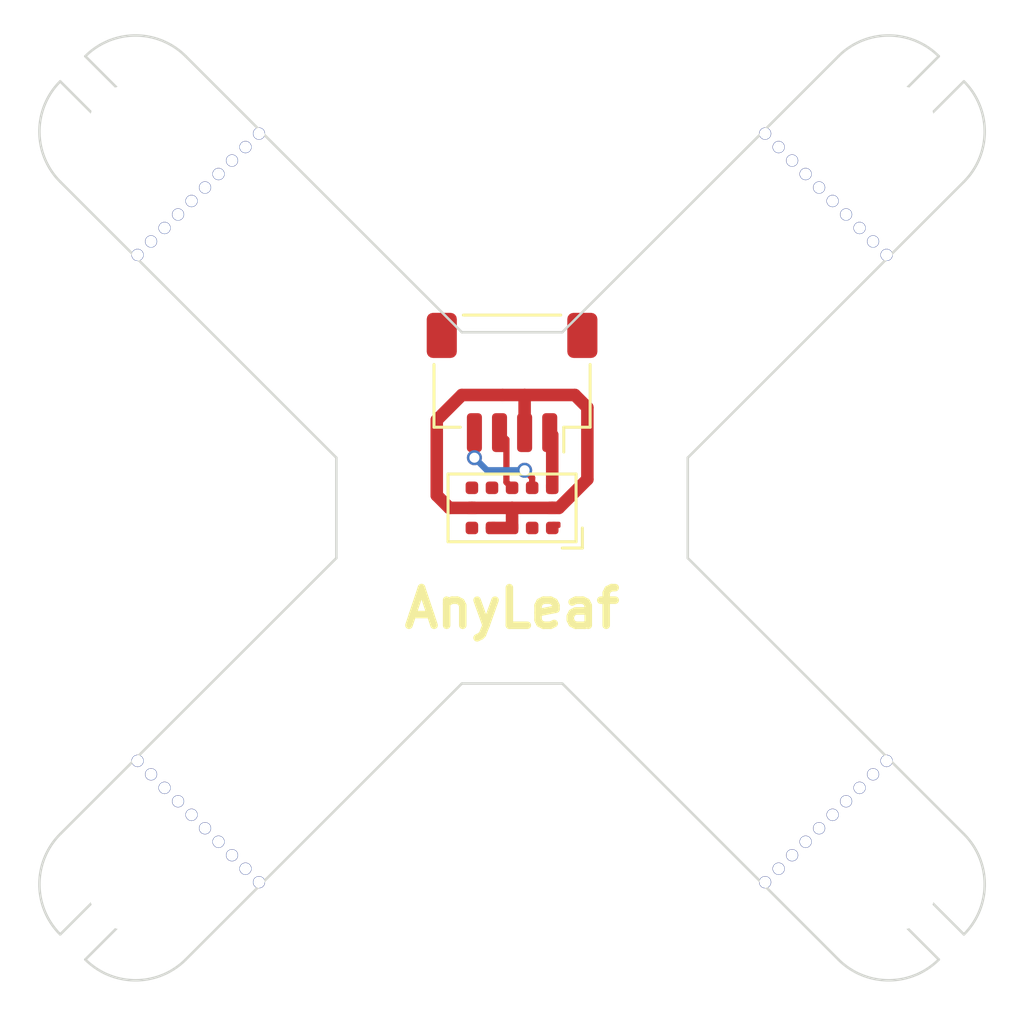
<source format=kicad_pcb>
(kicad_pcb (version 20211014) (generator pcbnew)
  (layers (0 "F.Cu" signal) (31 "B.Cu" signal) (34 "B.Paste" user) (35 "F.Paste" user) (36 "B.SilkS" user "B.Silkscreen") (37 "F.SilkS" user "F.Silkscreen") (38 "B.Mask" user) (39 "F.Mask" user) (44 "Edge.Cuts" user))
  (net 0 "")
  (net 6 "+3V3")
  (net 7 "GND")
  (net 8 "/SDA")
  (net 9 "/SCL")
  (footprint "Anyleaf_Shared:Mouse bites_7mm" (layer "F.Cu") (at 137.5 87.5 45)
    (fp_text reference "H12" hide)
    (fp_text value "MountingHole_Pad" hide)
    (pad "" np_thru_hole circle (at -0.38 0 45) (size 0.48 0.48) (drill 0.45) (layers F&B.Cu *.Mask))
    (pad "" np_thru_hole circle (at -3.42 0 45) (size 0.48 0.48) (drill 0.45) (layers F&B.Cu *.Mask))
    (pad "" np_thru_hole circle (at 3.42 0 45) (size 0.48 0.48) (drill 0.45) (layers F&B.Cu *.Mask))
    (pad "" np_thru_hole circle (at 1.9 0 45) (size 0.48 0.48) (drill 0.45) (layers F&B.Cu *.Mask))
    (pad "" np_thru_hole circle (at -1.9 0 45) (size 0.48 0.48) (drill 0.45) (layers F&B.Cu *.Mask))
    (pad "" np_thru_hole circle (at 1.14 0 45) (size 0.48 0.48) (drill 0.45) (layers F&B.Cu *.Mask))
    (pad "" np_thru_hole circle (at 2.66 0 45) (size 0.48 0.48) (drill 0.45) (layers F&B.Cu *.Mask))
    (pad "" np_thru_hole circle (at -2.66 0 45) (size 0.48 0.48) (drill 0.45) (layers F&B.Cu *.Mask))
    (pad "" np_thru_hole circle (at 0.38 0 45) (size 0.48 0.48) (drill 0.45) (layers F&B.Cu *.Mask))
    (pad "" np_thru_hole circle (at -1.14 0 45) (size 0.48 0.48) (drill 0.45) (layers F&B.Cu *.Mask))
  )
  (footprint "MountingHole:MountingHole_3.2mm_M3" (layer "F.Cu") (at 134.75 115.25)
    (fp_text reference "H3" hide)
    (fp_text value "MountingHole")
    (pad "" np_thru_hole circle locked (at 0 0) (size 3.2 3.2) (drill 3.2) (layers *.Cu *.Mask))
  )
  (footprint "Sensor_Distance:ST_VL53L1x" (layer "F.Cu") (at 150 100 180)
    (fp_text reference "U1" hide)
    (fp_text value "VL53L1CXV0FY1")
    (fp_line (start 2.55 1.35) (end 2.55 -1.35) (layer "F.SilkS") (width 0.12))
    (fp_line (start 2.55 -1.35) (end -2.55 -1.35) (layer "F.SilkS") (width 0.12))
    (fp_line (start -2.55 -1.35) (end -2.55 1.35) (layer "F.SilkS") (width 0.12))
    (fp_line (start -2.8 -0.8) (end -2.8 -1.6) (layer "F.SilkS") (width 0.12))
    (fp_line (start -2.55 1.35) (end 2.55 1.35) (layer "F.SilkS") (width 0.12))
    (fp_line (start -2.8 -1.6) (end -2 -1.6) (layer "F.SilkS") (width 0.12))
    (pad "1" smd roundrect locked (at -1.74 -0.675 180) (size 0.38 0.25) (layers "F.Cu" "F.Paste" "F.Mask"))
    (pad "1" smd roundrect locked (at -1.6 -0.8 180) (size 0.5 0.5) (layers "F.Cu" "F.Paste" "F.Mask"))
    (pad "2" smd roundrect locked (at -0.8 -0.8 180) (size 0.5 0.5) (layers "F.Cu" "F.Paste" "F.Mask"))
    (pad "3" smd roundrect locked (at 0 -0.8 180) (size 0.5 0.5) (layers "F.Cu" "F.Paste" "F.Mask") (net 7 "GND"))
    (pad "4" smd roundrect locked (at 0.8 -0.8 180) (size 0.5 0.5) (layers "F.Cu" "F.Paste" "F.Mask") (net 7 "GND"))
    (pad "5" smd roundrect locked (at 1.6 -0.8 180) (size 0.5 0.5) (layers "F.Cu" "F.Paste" "F.Mask"))
    (pad "6" smd roundrect locked (at 1.6 0 180) (size 0.5 0.5) (layers "F.Cu" "F.Paste" "F.Mask") (net 7 "GND"))
    (pad "7" smd roundrect locked (at 1.6 0.8 180) (size 0.5 0.5) (layers "F.Cu" "F.Paste" "F.Mask"))
    (pad "8" smd roundrect locked (at 0.8 0.8 180) (size 0.5 0.5) (layers "F.Cu" "F.Paste" "F.Mask"))
    (pad "9" smd roundrect locked (at 0 0.8 180) (size 0.5 0.5) (layers "F.Cu" "F.Paste" "F.Mask") (net 8 "/SDA"))
    (pad "10" smd roundrect locked (at -0.8 0.8 180) (size 0.5 0.5) (layers "F.Cu" "F.Paste" "F.Mask") (net 9 "/SCL"))
    (pad "11" smd roundrect locked (at -1.6 0.8 180) (size 0.5 0.5) (layers "F.Cu" "F.Paste" "F.Mask") (net 6 "+3V3"))
    (pad "12" smd roundrect locked (at -1.6 0 180) (size 0.5 0.5) (layers "F.Cu" "F.Paste" "F.Mask") (net 7 "GND"))
  )
  (footprint "MountingHole:MountingHole_3.2mm_M3" (layer "F.Cu") (at 134.75 84.75)
    (fp_text reference "H1" hide)
    (fp_text value "MountingHole")
    (pad "" np_thru_hole circle locked (at 0 0) (size 3.2 3.2) (drill 3.2) (layers *.Cu *.Mask))
  )
  (footprint "MountingHole:MountingHole_3.2mm_M3" (layer "F.Cu") (at 140 90)
    (fp_text reference "H7" hide)
    (fp_text value "MountingHole")
    (pad "" np_thru_hole circle locked (at 0 0) (size 3.2 3.2) (drill 3.2) (layers *.Cu *.Mask))
  )
  (footprint "Anyleaf_Shared:Mouse bites_7mm" (layer "F.Cu") (at 137.5 112.5 135)
    (fp_text reference "H11" hide)
    (fp_text value "MountingHole_Pad" hide)
    (pad "" np_thru_hole circle (at -2.66 0 135) (size 0.48 0.48) (drill 0.45) (layers F&B.Cu *.Mask))
    (pad "" np_thru_hole circle (at 3.42 0 135) (size 0.48 0.48) (drill 0.45) (layers F&B.Cu *.Mask))
    (pad "" np_thru_hole circle (at 2.66 0 135) (size 0.48 0.48) (drill 0.45) (layers F&B.Cu *.Mask))
    (pad "" np_thru_hole circle (at 0.38 0 135) (size 0.48 0.48) (drill 0.45) (layers F&B.Cu *.Mask))
    (pad "" np_thru_hole circle (at -0.38 0 135) (size 0.48 0.48) (drill 0.45) (layers F&B.Cu *.Mask))
    (pad "" np_thru_hole circle (at 1.14 0 135) (size 0.48 0.48) (drill 0.45) (layers F&B.Cu *.Mask))
    (pad "" np_thru_hole circle (at -1.9 0 135) (size 0.48 0.48) (drill 0.45) (layers F&B.Cu *.Mask))
    (pad "" np_thru_hole circle (at -1.14 0 135) (size 0.48 0.48) (drill 0.45) (layers F&B.Cu *.Mask))
    (pad "" np_thru_hole circle (at 1.9 0 135) (size 0.48 0.48) (drill 0.45) (layers F&B.Cu *.Mask))
    (pad "" np_thru_hole circle (at -3.42 0 135) (size 0.48 0.48) (drill 0.45) (layers F&B.Cu *.Mask))
  )
  (footprint "Anyleaf_Shared:Mouse bites_7mm" (layer "F.Cu") (at 162.5 112.5 45)
    (fp_text reference "H6" hide)
    (fp_text value "MountingHole_Pad" hide)
    (pad "" np_thru_hole circle (at -3.42 0 45) (size 0.48 0.48) (drill 0.45) (layers F&B.Cu *.Mask))
    (pad "" np_thru_hole circle (at 2.66 0 45) (size 0.48 0.48) (drill 0.45) (layers F&B.Cu *.Mask))
    (pad "" np_thru_hole circle (at 0.38 0 45) (size 0.48 0.48) (drill 0.45) (layers F&B.Cu *.Mask))
    (pad "" np_thru_hole circle (at -1.9 0 45) (size 0.48 0.48) (drill 0.45) (layers F&B.Cu *.Mask))
    (pad "" np_thru_hole circle (at -1.14 0 45) (size 0.48 0.48) (drill 0.45) (layers F&B.Cu *.Mask))
    (pad "" np_thru_hole circle (at 3.42 0 45) (size 0.48 0.48) (drill 0.45) (layers F&B.Cu *.Mask))
    (pad "" np_thru_hole circle (at 1.14 0 45) (size 0.48 0.48) (drill 0.45) (layers F&B.Cu *.Mask))
    (pad "" np_thru_hole circle (at -2.66 0 45) (size 0.48 0.48) (drill 0.45) (layers F&B.Cu *.Mask))
    (pad "" np_thru_hole circle (at 1.9 0 45) (size 0.48 0.48) (drill 0.45) (layers F&B.Cu *.Mask))
    (pad "" np_thru_hole circle (at -0.38 0 45) (size 0.48 0.48) (drill 0.45) (layers F&B.Cu *.Mask))
  )
  (footprint "Anyleaf_Shared:Mouse bites_7mm" (layer "F.Cu") (at 162.5 87.5 135)
    (fp_text reference "H5" hide)
    (fp_text value "MountingHole_Pad" hide)
    (pad "" np_thru_hole circle (at -2.66 0 135) (size 0.48 0.48) (drill 0.45) (layers F&B.Cu *.Mask))
    (pad "" np_thru_hole circle (at 1.14 0 135) (size 0.48 0.48) (drill 0.45) (layers F&B.Cu *.Mask))
    (pad "" np_thru_hole circle (at 0.38 0 135) (size 0.48 0.48) (drill 0.45) (layers F&B.Cu *.Mask))
    (pad "" np_thru_hole circle (at -3.42 0 135) (size 0.48 0.48) (drill 0.45) (layers F&B.Cu *.Mask))
    (pad "" np_thru_hole circle (at 2.66 0 135) (size 0.48 0.48) (drill 0.45) (layers F&B.Cu *.Mask))
    (pad "" np_thru_hole circle (at 3.42 0 135) (size 0.48 0.48) (drill 0.45) (layers F&B.Cu *.Mask))
    (pad "" np_thru_hole circle (at 1.9 0 135) (size 0.48 0.48) (drill 0.45) (layers F&B.Cu *.Mask))
    (pad "" np_thru_hole circle (at -1.14 0 135) (size 0.48 0.48) (drill 0.45) (layers F&B.Cu *.Mask))
    (pad "" np_thru_hole circle (at -1.9 0 135) (size 0.48 0.48) (drill 0.45) (layers F&B.Cu *.Mask))
    (pad "" np_thru_hole circle (at -0.38 0 135) (size 0.48 0.48) (drill 0.45) (layers F&B.Cu *.Mask))
  )
  (footprint "MountingHole:MountingHole_3.2mm_M3" (layer "F.Cu") (at 160 90)
    (fp_text reference "H8" hide)
    (fp_text value "MountingHole")
    (pad "" np_thru_hole circle locked (at 0 0) (size 3.2 3.2) (drill 3.2) (layers *.Cu *.Mask))
  )
  (footprint "MountingHole:MountingHole_3.2mm_M3" (layer "F.Cu") (at 160 110)
    (fp_text reference "H10" hide)
    (fp_text value "MountingHole")
    (pad "" np_thru_hole circle locked (at 0 0) (size 3.2 3.2) (drill 3.2) (layers *.Cu *.Mask))
  )
  (footprint "Connector_JST:JST_SH_SM04B-SRSS-TB_1x04-1MP_P1.00mm_Horizontal" (layer "F.Cu") (at 150 95 180)
    (fp_text reference "J1" hide)
    (fp_text value "Conn_01x04_Male")
    (fp_line (start 3.11 0.715) (end 3.11 -1.785) (layer "F.SilkS") (width 0.12))
    (fp_line (start -3.11 0.715) (end -3.11 -1.785) (layer "F.SilkS") (width 0.12))
    (fp_line (start -2.06 -1.785) (end -2.06 -2.775) (layer "F.SilkS") (width 0.12))
    (fp_line (start -1.94 2.685) (end 1.94 2.685) (layer "F.SilkS") (width 0.12))
    (fp_line (start -3.11 -1.785) (end -2.06 -1.785) (layer "F.SilkS") (width 0.12))
    (fp_line (start 3.11 -1.785) (end 2.06 -1.785) (layer "F.SilkS") (width 0.12))
    (pad "1" smd roundrect locked (at -1.5 -2 180) (size 0.6 1.55) (layers "F.Cu" "F.Paste" "F.Mask") (net 6 "+3V3"))
    (pad "2" smd roundrect locked (at -0.5 -2 180) (size 0.6 1.55) (layers "F.Cu" "F.Paste" "F.Mask") (net 7 "GND"))
    (pad "3" smd roundrect locked (at 0.5 -2 180) (size 0.6 1.55) (layers "F.Cu" "F.Paste" "F.Mask") (net 8 "/SDA"))
    (pad "4" smd roundrect locked (at 1.5 -2 180) (size 0.6 1.55) (layers "F.Cu" "F.Paste" "F.Mask") (net 9 "/SCL"))
    (pad "MP" smd roundrect locked (at -2.8 1.875 180) (size 1.2 1.8) (layers "F.Cu" "F.Paste" "F.Mask") (roundrect_rratio 0.2083333333))
    (pad "MP" smd roundrect locked (at 2.8 1.875 180) (size 1.2 1.8) (layers "F.Cu" "F.Paste" "F.Mask") (roundrect_rratio 0.2083333333))
  )
  (footprint "MountingHole:MountingHole_3.2mm_M3" (layer "F.Cu") (at 165.25 115.25)
    (fp_text reference "H4" hide)
    (fp_text value "MountingHole")
    (pad "" np_thru_hole circle locked (at 0 0) (size 3.2 3.2) (drill 3.2) (layers *.Cu *.Mask))
  )
  (footprint "MountingHole:MountingHole_3.2mm_M3" (layer "F.Cu") (at 165.25 84.75)
    (fp_text reference "H2" hide)
    (fp_text value "MountingHole")
    (pad "" np_thru_hole circle locked (at 0 0) (size 3.2 3.2) (drill 3.2) (layers *.Cu *.Mask))
  )
  (footprint "MountingHole:MountingHole_3.2mm_M3" (layer "F.Cu") (at 140 110)
    (fp_text reference "H9" hide)
    (fp_text value "MountingHole")
    (pad "" np_thru_hole circle locked (at 0 0) (size 3.2 3.2) (drill 3.2) (layers *.Cu *.Mask))
  )
  (gr_line (start 168 113) (end 157 102) (layer "Edge.Cuts") (width 0.1))
  (gr_line (start 133 82) (end 134.5 83.5) (layer "Edge.Cuts") (width 0.1))
  (gr_line (start 133.5 115.5) (end 134.5 116.5) (layer "Edge.Cuts") (width 0.1))
  (gr_line (start 134.5 116.5) (end 133 118) (layer "Edge.Cuts") (width 0.1))
  (gr_line (start 148 93) (end 137 82) (layer "Edge.Cuts") (width 0.1))
  (gr_arc (start 168 83) (mid 168.828427 85) (end 168 87) (layer "Edge.Cuts") (width 0.1))
  (gr_line (start 143 98) (end 143 102) (layer "Edge.Cuts") (width 0.1))
  (gr_arc (start 132 87) (mid 131.171573 85) (end 132 83) (layer "Edge.Cuts") (width 0.1))
  (gr_line (start 132 117) (end 133.5 115.5) (layer "Edge.Cuts") (width 0.1))
  (gr_line (start 137 118) (end 148 107) (layer "Edge.Cuts") (width 0.1))
  (gr_line (start 152 93) (end 163 82) (layer "Edge.Cuts") (width 0.1))
  (gr_line (start 148 93) (end 152 93) (layer "Edge.Cuts") (width 0.1))
  (gr_line (start 157 98) (end 157 102) (layer "Edge.Cuts") (width 0.1))
  (gr_arc (start 133 82) (mid 135 81.171573) (end 137 82) (layer "Edge.Cuts") (width 0.1))
  (gr_line (start 168 83) (end 166.5 84.5) (layer "Edge.Cuts") (width 0.1))
  (gr_line (start 168 87) (end 157 98) (layer "Edge.Cuts") (width 0.1))
  (gr_line (start 132 87) (end 143 98) (layer "Edge.Cuts") (width 0.1))
  (gr_arc (start 167 118) (mid 165 118.828427) (end 163 118) (layer "Edge.Cuts") (width 0.1))
  (gr_arc (start 168 113) (mid 168.828427 115) (end 168 117) (layer "Edge.Cuts") (width 0.1))
  (gr_line (start 165.5 83.5) (end 166.5 84.5) (layer "Edge.Cuts") (width 0.1))
  (gr_line (start 133.5 84.5) (end 132 83) (layer "Edge.Cuts") (width 0.1))
  (gr_line (start 167 118) (end 165.5 116.5) (layer "Edge.Cuts") (width 0.1))
  (gr_arc (start 163 82) (mid 165 81.171573) (end 167 82) (layer "Edge.Cuts") (width 0.1))
  (gr_arc (start 132 117) (mid 131.171573 115) (end 132 113) (layer "Edge.Cuts") (width 0.1))
  (gr_line (start 166.5 115.5) (end 168 117) (layer "Edge.Cuts") (width 0.1))
  (gr_line (start 152 107) (end 148 107) (layer "Edge.Cuts") (width 0.1))
  (gr_line (start 167 82) (end 165.5 83.5) (layer "Edge.Cuts") (width 0.1))
  (gr_line (start 152 107) (end 163 118) (layer "Edge.Cuts") (width 0.1))
  (gr_line (start 143 102) (end 132 113) (layer "Edge.Cuts") (width 0.1))
  (gr_arc (start 137 118) (mid 135 118.828427) (end 133 118) (layer "Edge.Cuts") (width 0.1))
  (gr_line (start 165.5 116.5) (end 166.5 115.5) (layer "Edge.Cuts") (width 0.1))
  (gr_line (start 134.5 83.5) (end 133.5 84.5) (layer "Edge.Cuts") (width 0.1))
  (gr_text "AnyLeaf" (at 150 104) (layer "F.SilkS") (effects (font (size 1.5 1.5) (thickness 0.3))))
  (segment (start 151.6 99.2) (end 151.6 97.1) (width 0.5) (layer "F.Cu") (net 6))
  (segment (start 151.6 97.1) (end 151.5 97) (width 0.5) (layer "F.Cu") (net 6))
  (segment (start 147.5 100) (end 148.4 100) (width 0.5) (layer "F.Cu") (net 7))
  (segment (start 148 95.5) (end 147 96.5) (width 0.5) (layer "F.Cu") (net 7))
  (segment (start 150.5 97) (end 150.5 96.377151) (width 0.5) (layer "F.Cu") (net 7))
  (segment (start 150.5 97) (end 150.5 95.5) (width 0.5) (layer "F.Cu") (net 7))
  (segment (start 150 100) (end 148.4 100) (width 0.5) (layer "F.Cu") (net 7))
  (segment (start 147 96.5) (end 147 99.5) (width 0.5) (layer "F.Cu") (net 7))
  (segment (start 152.5 95.5) (end 153 96) (width 0.5) (layer "F.Cu") (net 7))
  (segment (start 150 100.8) (end 150 100) (width 0.5) (layer "F.Cu") (net 7))
  (segment (start 151.6 100) (end 150 100) (width 0.5) (layer "F.Cu") (net 7))
  (segment (start 150.5 95.5) (end 152.5 95.5) (width 0.5) (layer "F.Cu") (net 7))
  (segment (start 149.622849 95.5) (end 148 95.5) (width 0.5) (layer "F.Cu") (net 7))
  (segment (start 151.862493 100) (end 151.6 100) (width 0.5) (layer "F.Cu") (net 7))
  (segment (start 149.2 100.8) (end 150 100.8) (width 0.5) (layer "F.Cu") (net 7))
  (segment (start 149.622849 95.5) (end 150.5 95.5) (width 0.5) (layer "F.Cu") (net 7))
  (segment (start 153 98.862493) (end 151.862493 100) (width 0.5) (layer "F.Cu") (net 7))
  (segment (start 153 96) (end 153 98.862493) (width 0.5) (layer "F.Cu") (net 7))
  (segment (start 147 99.5) (end 147.5 100) (width 0.5) (layer "F.Cu") (net 7))
  (segment (start 149.5 97) (end 149.77452 97.27452) (width 0.25) (layer "F.Cu") (net 8))
  (segment (start 149.77452 97.27452) (end 149.77452 98.97452) (width 0.25) (layer "F.Cu") (net 8))
  (segment (start 149.77452 98.97452) (end 150 99.2) (width 0.25) (layer "F.Cu") (net 8))
  (segment (start 150.8 98.8) (end 150.5 98.5) (width 0.25) (layer "F.Cu") (net 9))
  (segment (start 148.5 97) (end 148.5 98) (width 0.25) (layer "F.Cu") (net 9))
  (segment (start 150.8 99.2) (end 150.8 98.8) (width 0.25) (layer "F.Cu") (net 9))
  (via (at 148.5 98) (size 0.6) (drill 0.4) (layers "F.Cu" "B.Cu") (net 9))
  (via (at 150.5 98.5) (size 0.6) (drill 0.4) (layers "F.Cu" "B.Cu") (net 9))
  (segment (start 149 98.5) (end 148.5 98) (width 0.25) (layer "B.Cu") (net 9))
  (segment (start 150.5 98.5) (end 149 98.5) (width 0.25) (layer "B.Cu") (net 9))
)
</source>
